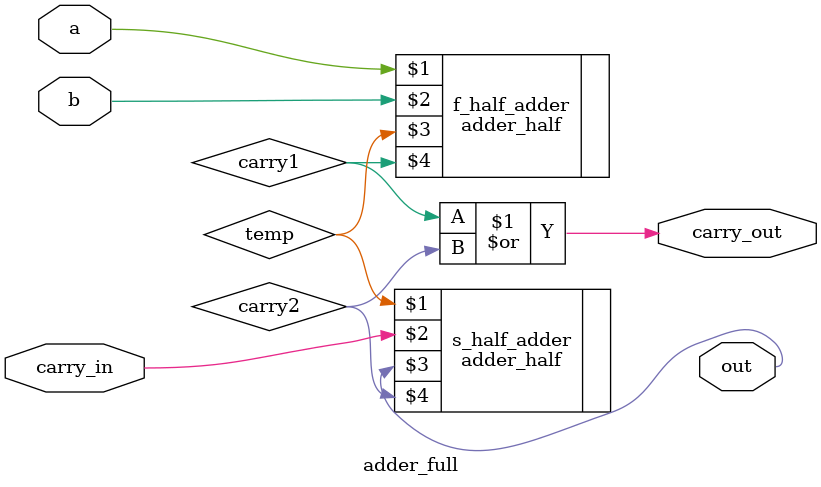
<source format=v>
module adder_full(a, b, carry_in, out, carry_out);

input a, b, carry_in;
output out, carry_out;
wire temp, carry1, carry2;

adder_half f_half_adder (a, b, temp, carry1);
adder_half s_half_adder (temp, carry_in, out, carry2);

or carry_or (carry_out, carry1, carry2);

endmodule

</source>
